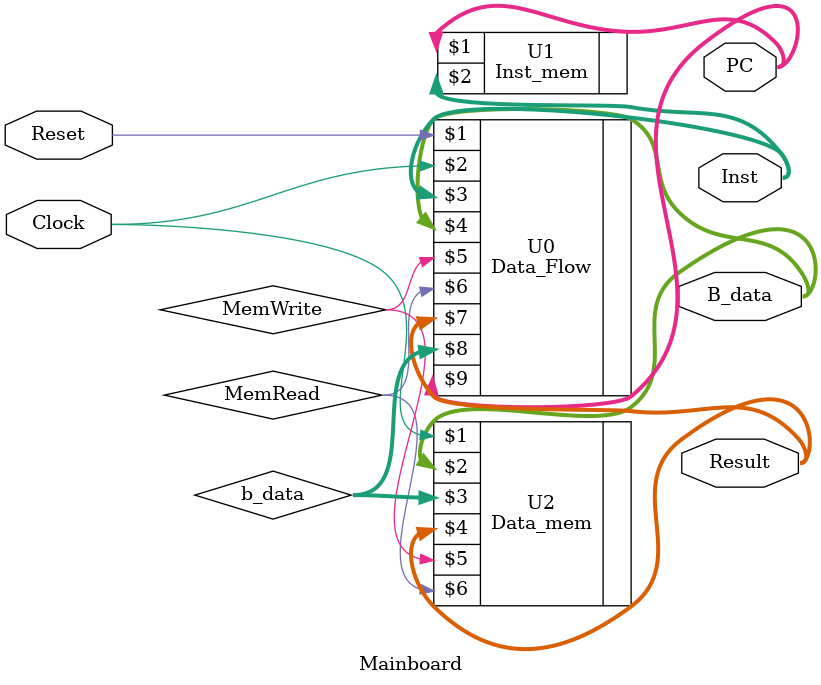
<source format=v>
`timescale 1ns / 1ps
module Mainboard(
   input Clock,	
	input Reset,
	output [31:0] Inst,
	output [31:0] PC,
	output [31:0] Result,
	output [31:0] B_data
    );
   wire [31:0] b_data;	
	wire  MemWrite,MemRead;
	
	Data_Flow U0 ( Reset ,Clock , Inst, B_data, MemWrite,MemRead,Result ,b_data, PC);  
	Inst_mem U1(PC, Inst);	
	Data_mem U2(Clock , B_data , b_data , Result , MemWrite , MemRead );


endmodule

</source>
